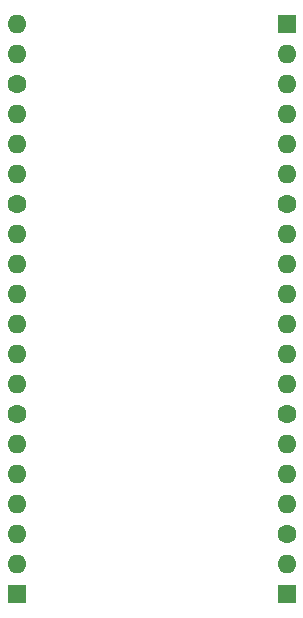
<source format=gbs>
%TF.GenerationSoftware,KiCad,Pcbnew,8.0.7*%
%TF.CreationDate,2025-05-23T15:43:43+02:00*%
%TF.ProjectId,GPIO Bus,4750494f-2042-4757-932e-6b696361645f,V1*%
%TF.SameCoordinates,Original*%
%TF.FileFunction,Soldermask,Bot*%
%TF.FilePolarity,Negative*%
%FSLAX46Y46*%
G04 Gerber Fmt 4.6, Leading zero omitted, Abs format (unit mm)*
G04 Created by KiCad (PCBNEW 8.0.7) date 2025-05-23 15:43:43*
%MOMM*%
%LPD*%
G01*
G04 APERTURE LIST*
G04 Aperture macros list*
%AMRoundRect*
0 Rectangle with rounded corners*
0 $1 Rounding radius*
0 $2 $3 $4 $5 $6 $7 $8 $9 X,Y pos of 4 corners*
0 Add a 4 corners polygon primitive as box body*
4,1,4,$2,$3,$4,$5,$6,$7,$8,$9,$2,$3,0*
0 Add four circle primitives for the rounded corners*
1,1,$1+$1,$2,$3*
1,1,$1+$1,$4,$5*
1,1,$1+$1,$6,$7*
1,1,$1+$1,$8,$9*
0 Add four rect primitives between the rounded corners*
20,1,$1+$1,$2,$3,$4,$5,0*
20,1,$1+$1,$4,$5,$6,$7,0*
20,1,$1+$1,$6,$7,$8,$9,0*
20,1,$1+$1,$8,$9,$2,$3,0*%
G04 Aperture macros list end*
%ADD10O,1.600000X1.600000*%
%ADD11C,1.600000*%
%ADD12RoundRect,0.250000X-0.550000X-0.550000X0.550000X-0.550000X0.550000X0.550000X-0.550000X0.550000X0*%
%ADD13R,1.600000X1.600000*%
G04 APERTURE END LIST*
D10*
%TO.C,J1*%
X0Y0D03*
X0Y-2540000D03*
D11*
X0Y-5080000D03*
D10*
X0Y-7620000D03*
X0Y-10160000D03*
X0Y-12700000D03*
D11*
X0Y-15240000D03*
D10*
X0Y-17780000D03*
X0Y-20320000D03*
X0Y-22860000D03*
X0Y-25400000D03*
X0Y-27940000D03*
X0Y-30480000D03*
D11*
X0Y-33020000D03*
D10*
X0Y-35560000D03*
X0Y-38100000D03*
X0Y-40640000D03*
X0Y-43180000D03*
X0Y-45720000D03*
D12*
X0Y-48260000D03*
D13*
X22860000Y-48260000D03*
D10*
X22860000Y-45720000D03*
D11*
X22860000Y-43180000D03*
D10*
X22860000Y-40640000D03*
X22860000Y-38100000D03*
X22860000Y-35560000D03*
D11*
X22860000Y-33020000D03*
D10*
X22860000Y-30480000D03*
X22860000Y-27940000D03*
X22860000Y-25400000D03*
X22860000Y-22860000D03*
X22860000Y-20320000D03*
X22860000Y-17780000D03*
D11*
X22860000Y-15240000D03*
D10*
X22860000Y-12700000D03*
X22860000Y-10160000D03*
X22860000Y-7620000D03*
X22860000Y-5080000D03*
X22860000Y-2540000D03*
D13*
X22860000Y0D03*
%TD*%
M02*

</source>
